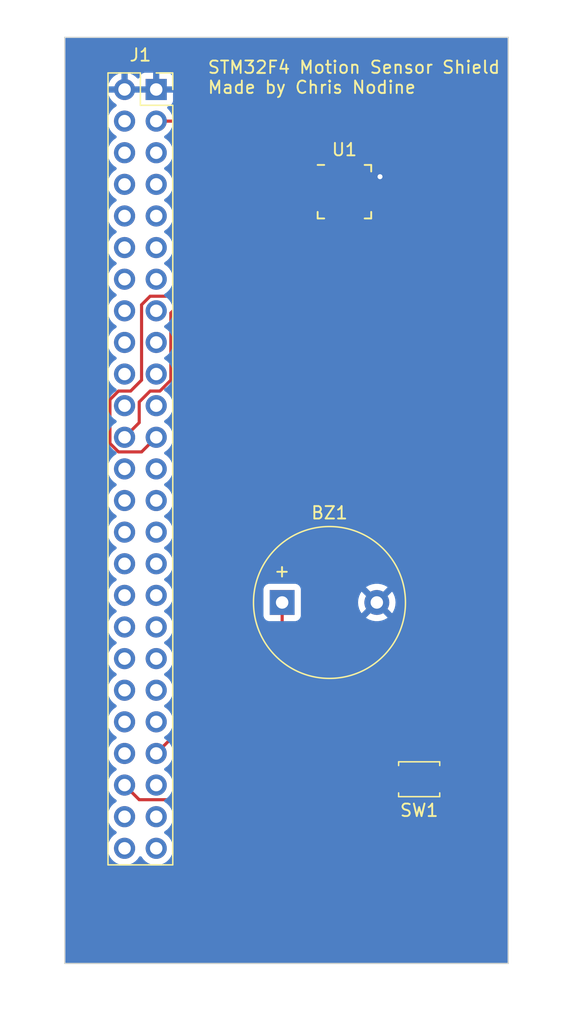
<source format=kicad_pcb>
(kicad_pcb (version 20221018) (generator pcbnew)
  (layers (0 "F.Cu" signal) (31 "B.Cu" signal) (34 "B.Paste" user) (35 "F.Paste" user) (36 "B.SilkS" user "B.Silkscreen") (37 "F.SilkS" user "F.Silkscreen") (38 "B.Mask" user) (39 "F.Mask" user) (44 "Edge.Cuts" user))
  (net 0 "")
  (net 1 "Buzzer")
  (net 2 "GND")
  (net 3 "+5V")
  (net 22 "SCL")
  (net 23 "SDA")
  (net 44 "Arm_Button")
  (footprint "Sensor_Motion:InvenSense_QFN-24_4x4mm_P0.5mm" (layer "F.Cu") (at 179.25 63.2)
    (fp_text reference "U1" (at 0 -3.375) (layer "F.SilkS"))
    (fp_text value "MPU-6050")
    (fp_line (start -2.15 -2.15) (end -1.625 -2.15) (stroke (width 0.15)) (layer "F.SilkS"))
    (fp_line (start -2.15 2.15) (end -2.15 1.625) (stroke (width 0.15)) (layer "F.SilkS"))
    (fp_line (start -2.15 2.15) (end -1.625 2.15) (stroke (width 0.15)) (layer "F.SilkS"))
    (fp_line (start 2.15 -2.15) (end 1.625 -2.15) (stroke (width 0.15)) (layer "F.SilkS"))
    (fp_line (start 2.15 -2.15) (end 2.15 -1.625) (stroke (width 0.15)) (layer "F.SilkS"))
    (fp_line (start 2.15 2.15) (end 1.625 2.15) (stroke (width 0.15)) (layer "F.SilkS"))
    (fp_line (start 2.15 2.15) (end 2.15 1.625) (stroke (width 0.15)) (layer "F.SilkS"))
    (pad "1" smd roundrect (at -1.95 -1.25) (size 0.85 0.3) (layers "F.Cu" "F.Paste" "F.Mask"))
    (pad "2" smd roundrect (at -1.95 -0.75) (size 0.85 0.3) (layers "F.Cu" "F.Paste" "F.Mask"))
    (pad "3" smd roundrect (at -1.95 -0.25) (size 0.85 0.3) (layers "F.Cu" "F.Paste" "F.Mask"))
    (pad "4" smd roundrect (at -1.95 0.25) (size 0.85 0.3) (layers "F.Cu" "F.Paste" "F.Mask"))
    (pad "5" smd roundrect (at -1.95 0.75) (size 0.85 0.3) (layers "F.Cu" "F.Paste" "F.Mask"))
    (pad "6" smd roundrect (at -1.95 1.25) (size 0.85 0.3) (layers "F.Cu" "F.Paste" "F.Mask"))
    (pad "7" smd roundrect (at -1.25 1.95 90) (size 0.85 0.3) (layers "F.Cu" "F.Paste" "F.Mask"))
    (pad "8" smd roundrect (at -0.75 1.95 90) (size 0.85 0.3) (layers "F.Cu" "F.Paste" "F.Mask"))
    (pad "9" smd roundrect (at -0.25 1.95 90) (size 0.85 0.3) (layers "F.Cu" "F.Paste" "F.Mask"))
    (pad "10" smd roundrect (at 0.25 1.95 90) (size 0.85 0.3) (layers "F.Cu" "F.Paste" "F.Mask"))
    (pad "11" smd roundrect (at 0.75 1.95 90) (size 0.85 0.3) (layers "F.Cu" "F.Paste" "F.Mask"))
    (pad "12" smd roundrect (at 1.25 1.95 90) (size 0.85 0.3) (layers "F.Cu" "F.Paste" "F.Mask"))
    (pad "13" smd roundrect (at 1.95 1.25) (size 0.85 0.3) (layers "F.Cu" "F.Paste" "F.Mask") (net 3 "+5V"))
    (pad "14" smd roundrect (at 1.95 0.75) (size 0.85 0.3) (layers "F.Cu" "F.Paste" "F.Mask"))
    (pad "15" smd roundrect (at 1.95 0.25) (size 0.85 0.3) (layers "F.Cu" "F.Paste" "F.Mask"))
    (pad "16" smd roundrect (at 1.95 -0.25) (size 0.85 0.3) (layers "F.Cu" "F.Paste" "F.Mask"))
    (pad "17" smd roundrect (at 1.95 -0.75) (size 0.85 0.3) (layers "F.Cu" "F.Paste" "F.Mask"))
    (pad "18" smd roundrect (at 1.95 -1.25) (size 0.85 0.3) (layers "F.Cu" "F.Paste" "F.Mask") (net 2 "GND"))
    (pad "19" smd roundrect (at 1.25 -1.95 90) (size 0.85 0.3) (layers "F.Cu" "F.Paste" "F.Mask"))
    (pad "20" smd roundrect (at 0.75 -1.95 90) (size 0.85 0.3) (layers "F.Cu" "F.Paste" "F.Mask"))
    (pad "21" smd roundrect (at 0.25 -1.95 90) (size 0.85 0.3) (layers "F.Cu" "F.Paste" "F.Mask"))
    (pad "22" smd roundrect (at -0.25 -1.95 90) (size 0.85 0.3) (layers "F.Cu" "F.Paste" "F.Mask"))
    (pad "23" smd roundrect (at -0.75 -1.95 90) (size 0.85 0.3) (layers "F.Cu" "F.Paste" "F.Mask") (net 22 "SCL"))
    (pad "24" smd roundrect (at -1.25 -1.95 90) (size 0.85 0.3) (layers "F.Cu" "F.Paste" "F.Mask") (net 23 "SDA"))
  )
  (footprint "Connector_PinSocket_2.54mm:PinSocket_2x25_P2.54mm_Vertical" (layer "F.Cu") (at 164.14 54.99)
    (fp_text reference "J1" (at -1.27 -2.77) (layer "F.SilkS"))
    (fp_text value "IC Conn")
    (fp_line (start -3.87 -1.33) (end -3.87 62.29) (stroke (width 0.12)) (layer "F.SilkS"))
    (fp_line (start -3.87 -1.33) (end -1.27 -1.33) (stroke (width 0.12)) (layer "F.SilkS"))
    (fp_line (start -3.87 62.29) (end 1.33 62.29) (stroke (width 0.12)) (layer "F.SilkS"))
    (fp_line (start -1.27 -1.33) (end -1.27 1.27) (stroke (width 0.12)) (layer "F.SilkS"))
    (fp_line (start -1.27 1.27) (end 1.33 1.27) (stroke (width 0.12)) (layer "F.SilkS"))
    (fp_line (start 0 -1.33) (end 1.33 -1.33) (stroke (width 0.12)) (layer "F.SilkS"))
    (fp_line (start 1.33 -1.33) (end 1.33 0) (stroke (width 0.12)) (layer "F.SilkS"))
    (fp_line (start 1.33 1.27) (end 1.33 62.29) (stroke (width 0.12)) (layer "F.SilkS"))
    (pad "1" thru_hole rect (at 0 0) (size 1.7 1.7) (drill 1) (layers "*.Cu" "*.Mask") (net 2 "GND"))
    (pad "2" thru_hole oval (at -2.54 0) (size 1.7 1.7) (drill 1) (layers "*.Cu" "*.Mask") (net 2 "GND"))
    (pad "3" thru_hole oval (at 0 2.54) (size 1.7 1.7) (drill 1) (layers "*.Cu" "*.Mask") (net 3 "+5V"))
    (pad "4" thru_hole oval (at -2.54 2.54) (size 1.7 1.7) (drill 1) (layers "*.Cu" "*.Mask") (net 3 "+5V"))
    (pad "5" thru_hole oval (at 0 5.08) (size 1.7 1.7) (drill 1) (layers "*.Cu" "*.Mask"))
    (pad "6" thru_hole oval (at -2.54 5.08) (size 1.7 1.7) (drill 1) (layers "*.Cu" "*.Mask"))
    (pad "7" thru_hole oval (at 0 7.62) (size 1.7 1.7) (drill 1) (layers "*.Cu" "*.Mask"))
    (pad "8" thru_hole oval (at -2.54 7.62) (size 1.7 1.7) (drill 1) (layers "*.Cu" "*.Mask"))
    (pad "9" thru_hole oval (at 0 10.16) (size 1.7 1.7) (drill 1) (layers "*.Cu" "*.Mask"))
    (pad "10" thru_hole oval (at -2.54 10.16) (size 1.7 1.7) (drill 1) (layers "*.Cu" "*.Mask"))
    (pad "11" thru_hole oval (at 0 12.7) (size 1.7 1.7) (drill 1) (layers "*.Cu" "*.Mask"))
    (pad "12" thru_hole oval (at -2.54 12.7) (size 1.7 1.7) (drill 1) (layers "*.Cu" "*.Mask"))
    (pad "13" thru_hole oval (at 0 15.24) (size 1.7 1.7) (drill 1) (layers "*.Cu" "*.Mask"))
    (pad "14" thru_hole oval (at -2.54 15.24) (size 1.7 1.7) (drill 1) (layers "*.Cu" "*.Mask"))
    (pad "15" thru_hole oval (at 0 17.78) (size 1.7 1.7) (drill 1) (layers "*.Cu" "*.Mask"))
    (pad "16" thru_hole oval (at -2.54 17.78) (size 1.7 1.7) (drill 1) (layers "*.Cu" "*.Mask"))
    (pad "17" thru_hole oval (at 0 20.32) (size 1.7 1.7) (drill 1) (layers "*.Cu" "*.Mask"))
    (pad "18" thru_hole oval (at -2.54 20.32) (size 1.7 1.7) (drill 1) (layers "*.Cu" "*.Mask"))
    (pad "19" thru_hole oval (at 0 22.86) (size 1.7 1.7) (drill 1) (layers "*.Cu" "*.Mask"))
    (pad "20" thru_hole oval (at -2.54 22.86) (size 1.7 1.7) (drill 1) (layers "*.Cu" "*.Mask"))
    (pad "21" thru_hole oval (at 0 25.4) (size 1.7 1.7) (drill 1) (layers "*.Cu" "*.Mask"))
    (pad "22" thru_hole oval (at -2.54 25.4) (size 1.7 1.7) (drill 1) (layers "*.Cu" "*.Mask"))
    (pad "23" thru_hole oval (at 0 27.94) (size 1.7 1.7) (drill 1) (layers "*.Cu" "*.Mask") (net 22 "SCL"))
    (pad "24" thru_hole oval (at -2.54 27.94) (size 1.7 1.7) (drill 1) (layers "*.Cu" "*.Mask") (net 23 "SDA"))
    (pad "25" thru_hole oval (at 0 30.48) (size 1.7 1.7) (drill 1) (layers "*.Cu" "*.Mask"))
    (pad "26" thru_hole oval (at -2.54 30.48) (size 1.7 1.7) (drill 1) (layers "*.Cu" "*.Mask"))
    (pad "27" thru_hole oval (at 0 33.02) (size 1.7 1.7) (drill 1) (layers "*.Cu" "*.Mask"))
    (pad "28" thru_hole oval (at -2.54 33.02) (size 1.7 1.7) (drill 1) (layers "*.Cu" "*.Mask"))
    (pad "29" thru_hole oval (at 0 35.56) (size 1.7 1.7) (drill 1) (layers "*.Cu" "*.Mask"))
    (pad "30" thru_hole oval (at -2.54 35.56) (size 1.7 1.7) (drill 1) (layers "*.Cu" "*.Mask"))
    (pad "31" thru_hole oval (at 0 38.1) (size 1.7 1.7) (drill 1) (layers "*.Cu" "*.Mask"))
    (pad "32" thru_hole oval (at -2.54 38.1) (size 1.7 1.7) (drill 1) (layers "*.Cu" "*.Mask"))
    (pad "33" thru_hole oval (at 0 40.64) (size 1.7 1.7) (drill 1) (layers "*.Cu" "*.Mask"))
    (pad "34" thru_hole oval (at -2.54 40.64) (size 1.7 1.7) (drill 1) (layers "*.Cu" "*.Mask"))
    (pad "35" thru_hole oval (at 0 43.18) (size 1.7 1.7) (drill 1) (layers "*.Cu" "*.Mask"))
    (pad "36" thru_hole oval (at -2.54 43.18) (size 1.7 1.7) (drill 1) (layers "*.Cu" "*.Mask"))
    (pad "37" thru_hole oval (at 0 45.72) (size 1.7 1.7) (drill 1) (layers "*.Cu" "*.Mask"))
    (pad "38" thru_hole oval (at -2.54 45.72) (size 1.7 1.7) (drill 1) (layers "*.Cu" "*.Mask"))
    (pad "39" thru_hole oval (at 0 48.26) (size 1.7 1.7) (drill 1) (layers "*.Cu" "*.Mask"))
    (pad "40" thru_hole oval (at -2.54 48.26) (size 1.7 1.7) (drill 1) (layers "*.Cu" "*.Mask"))
    (pad "41" thru_hole oval (at 0 50.8) (size 1.7 1.7) (drill 1) (layers "*.Cu" "*.Mask"))
    (pad "42" thru_hole oval (at -2.54 50.8) (size 1.7 1.7) (drill 1) (layers "*.Cu" "*.Mask"))
    (pad "43" thru_hole oval (at 0 53.34) (size 1.7 1.7) (drill 1) (layers "*.Cu" "*.Mask") (net 1 "Buzzer"))
    (pad "44" thru_hole oval (at -2.54 53.34) (size 1.7 1.7) (drill 1) (layers "*.Cu" "*.Mask"))
    (pad "45" thru_hole oval (at 0 55.88) (size 1.7 1.7) (drill 1) (layers "*.Cu" "*.Mask"))
    (pad "46" thru_hole oval (at -2.54 55.88) (size 1.7 1.7) (drill 1) (layers "*.Cu" "*.Mask") (net 44 "Arm_Button"))
    (pad "47" thru_hole oval (at 0 58.42) (size 1.7 1.7) (drill 1) (layers "*.Cu" "*.Mask"))
    (pad "48" thru_hole oval (at -2.54 58.42) (size 1.7 1.7) (drill 1) (layers "*.Cu" "*.Mask"))
    (pad "49" thru_hole oval (at 0 60.96) (size 1.7 1.7) (drill 1) (layers "*.Cu" "*.Mask"))
    (pad "50" thru_hole oval (at -2.54 60.96) (size 1.7 1.7) (drill 1) (layers "*.Cu" "*.Mask"))
  )
  (footprint "Button_Switch_SMD:SW_SPST_B3U-1000P" (layer "F.Cu") (at 185.25 110.4 180)
    (fp_text reference "SW1" (at 0 -2.5) (layer "F.SilkS"))
    (fp_text value "Arm Button")
    (fp_line (start -1.65 -1.4) (end 1.65 -1.4) (stroke (width 0.12)) (layer "F.SilkS"))
    (fp_line (start -1.65 -1.1) (end -1.65 -1.4) (stroke (width 0.12)) (layer "F.SilkS"))
    (fp_line (start -1.65 1.1) (end -1.65 1.4) (stroke (width 0.12)) (layer "F.SilkS"))
    (fp_line (start -1.65 1.4) (end 1.65 1.4) (stroke (width 0.12)) (layer "F.SilkS"))
    (fp_line (start 1.65 -1.4) (end 1.65 -1.1) (stroke (width 0.12)) (layer "F.SilkS"))
    (fp_line (start 1.65 1.4) (end 1.65 1.1) (stroke (width 0.12)) (layer "F.SilkS"))
    (pad "1" smd rect (at -1.7 0 180) (size 0.9 1.7) (layers "F.Cu" "F.Paste" "F.Mask") (net 3 "+5V"))
    (pad "2" smd rect (at 1.7 0 180) (size 0.9 1.7) (layers "F.Cu" "F.Paste" "F.Mask") (net 44 "Arm_Button"))
  )
  (footprint "Buzzer_Beeper:Buzzer_12x9.5RM7.6" (layer "F.Cu") (at 174.25 96.2)
    (fp_text reference "BZ1" (at 3.8 -7.2) (layer "F.SilkS"))
    (fp_text value "Buzzer")
    (fp_text user "+" (at -0.01 -2.54) (layer "F.SilkS"))
    (fp_circle (center 3.8 0) (end 9.9 0) (stroke (width 0.12)) (fill none) (layer "F.SilkS"))
    (pad "1" thru_hole rect (at 0 0) (size 2 2) (drill 1) (layers "*.Cu" "*.Mask") (net 1 "Buzzer"))
    (pad "2" thru_hole circle (at 7.6 0) (size 2 2) (drill 1) (layers "*.Cu" "*.Mask") (net 2 "GND"))
  )
  (gr_line (start 156.8 125.2) (end 192.4 125.2) (stroke (width 0.1)) (layer "Edge.Cuts"))
  (gr_line (start 192.4 50.8) (end 156.8 50.8) (stroke (width 0.1)) (layer "Edge.Cuts"))
  (gr_line (start 156.8 50.8) (end 156.8 125.2) (stroke (width 0.1)) (layer "Edge.Cuts"))
  (gr_line (start 192.4 50.8) (end 192.4 125.2) (stroke (width 0.1)) (layer "Edge.Cuts"))
  (gr_text "STM32F4 Motion Sensor Shield\nMade by Chris Nodine" (at 168.2 55.4) (layer "F.SilkS") (effects (font (size 1 1)) (justify left bottom)))
  (segment (start 174.25 98.22) (end 164.14 108.33) (width 0.25) (layer "F.Cu") (net 1))
  (segment (start 174.25 96.2) (end 174.25 98.22) (width 0.25) (layer "F.Cu") (net 1))
  (segment (start 182.062262 61.95) (end 182.107291 61.995029) (width 0.25) (layer "F.Cu") (net 2))
  (segment (start 181.2 61.95) (end 182.062262 61.95) (width 0.25) (layer "F.Cu") (net 2))
  (via (at 182.107291 61.995029) (size 0.8) (drill 0.4) (layers "F.Cu" "B.Cu") (net 2))
  (segment (start 182.832291 63.308394) (end 182.832291 61.532291) (width 0.25) (layer "F.Cu") (net 3))
  (segment (start 178.83 57.53) (end 164.14 57.53) (width 0.25) (layer "F.Cu") (net 3))
  (segment (start 182.832291 61.532291) (end 178.83 57.53) (width 0.25) (layer "F.Cu") (net 3))
  (segment (start 181.690685 64.45) (end 182.832291 63.308394) (width 0.25) (layer "F.Cu") (net 3))
  (segment (start 181.2 64.45) (end 181.690685 64.45) (width 0.25) (layer "F.Cu") (net 3))
  (segment (start 186.95 110.4) (end 186.95 70.2) (width 0.25) (layer "F.Cu") (net 3))
  (segment (start 186.95 70.2) (end 181.2 64.45) (width 0.25) (layer "F.Cu") (net 3))
  (segment (start 162.965 72.283299) (end 162.965 78.336701) (width 0.25) (layer "F.Cu") (net 22))
  (segment (start 178.240685 60.5) (end 177.122919 60.5) (width 0.25) (layer "F.Cu") (net 22))
  (segment (start 161.113299 84.105) (end 162.965 84.105) (width 0.25) (layer "F.Cu") (net 22))
  (segment (start 178.5 61.25) (end 178.5 60.759315) (width 0.25) (layer "F.Cu") (net 22))
  (segment (start 163.653299 71.595) (end 162.965 72.283299) (width 0.25) (layer "F.Cu") (net 22))
  (segment (start 178.5 60.759315) (end 178.240685 60.5) (width 0.25) (layer "F.Cu") (net 22))
  (segment (start 160.425 83.416701) (end 161.113299 84.105) (width 0.25) (layer "F.Cu") (net 22))
  (segment (start 162.086701 79.215) (end 161.113299 79.215) (width 0.25) (layer "F.Cu") (net 22))
  (segment (start 162.965 84.105) (end 164.14 82.93) (width 0.25) (layer "F.Cu") (net 22))
  (segment (start 177.122919 60.5) (end 166.027919 71.595) (width 0.25) (layer "F.Cu") (net 22))
  (segment (start 162.965 78.336701) (end 162.086701 79.215) (width 0.25) (layer "F.Cu") (net 22))
  (segment (start 161.113299 79.215) (end 160.425 79.903299) (width 0.25) (layer "F.Cu") (net 22))
  (segment (start 160.425 79.903299) (end 160.425 83.416701) (width 0.25) (layer "F.Cu") (net 22))
  (segment (start 166.027919 71.595) (end 163.653299 71.595) (width 0.25) (layer "F.Cu") (net 22))
  (segment (start 165.315 78.336701) (end 164.436701 79.215) (width 0.25) (layer "F.Cu") (net 23))
  (segment (start 163.653299 79.215) (end 162.775 80.093299) (width 0.25) (layer "F.Cu") (net 23))
  (segment (start 178 61.25) (end 177.009315 61.25) (width 0.25) (layer "F.Cu") (net 23))
  (segment (start 164.436701 79.215) (end 163.653299 79.215) (width 0.25) (layer "F.Cu") (net 23))
  (segment (start 177.009315 61.25) (end 165.315 72.944315) (width 0.25) (layer "F.Cu") (net 23))
  (segment (start 162.775 81.755) (end 161.6 82.93) (width 0.25) (layer "F.Cu") (net 23))
  (segment (start 162.775 80.093299) (end 162.775 81.755) (width 0.25) (layer "F.Cu") (net 23))
  (segment (start 165.315 72.944315) (end 165.315 78.336701) (width 0.25) (layer "F.Cu") (net 23))
  (segment (start 181.905 112.045) (end 162.775 112.045) (width 0.25) (layer "F.Cu") (net 44))
  (segment (start 183.55 110.4) (end 181.905 112.045) (width 0.25) (layer "F.Cu") (net 44))
  (segment (start 162.775 112.045) (end 161.6 110.87) (width 0.25) (layer "F.Cu") (net 44))
  (zone (net 2) (net_name "GND") (layer "B.Cu") (connect_pads (clearance 0.5)) (min_thickness 0.25) (fill yes (thermal_gap 0.5) (thermal_bridge_width 0.5))
    (polygon (pts (xy 151.6 47.8) (xy 197.6 48) (xy 196.4 130) (xy 153 129.6) (xy 151.8 47.8)))
  )
)
</source>
